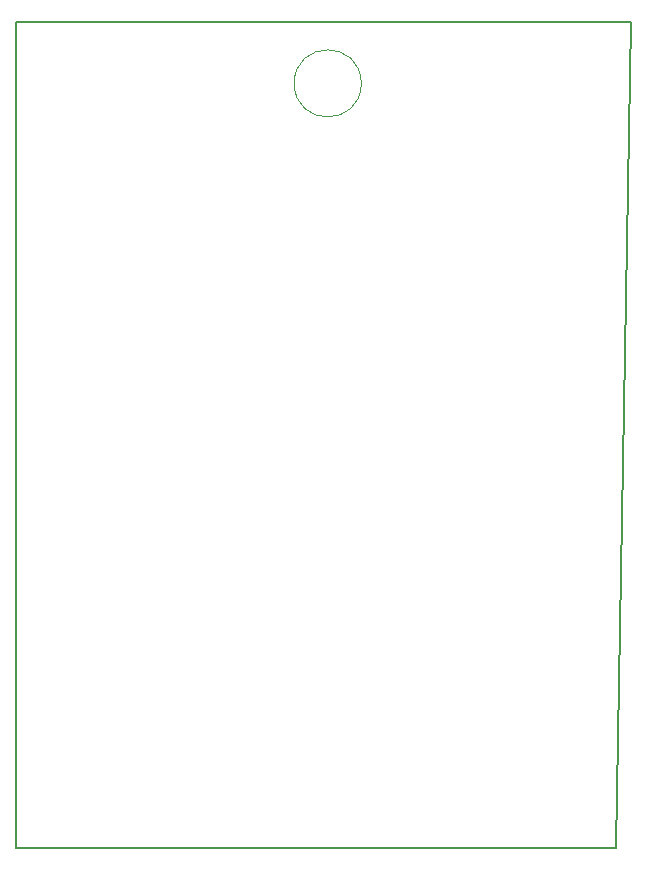
<source format=gbr>
%TF.GenerationSoftware,KiCad,Pcbnew,(5.1.8)-1*%
%TF.CreationDate,2021-08-08T22:25:58+05:30*%
%TF.ProjectId,1st,3173742e-6b69-4636-9164-5f7063625858,rev?*%
%TF.SameCoordinates,Original*%
%TF.FileFunction,Profile,NP*%
%FSLAX46Y46*%
G04 Gerber Fmt 4.6, Leading zero omitted, Abs format (unit mm)*
G04 Created by KiCad (PCBNEW (5.1.8)-1) date 2021-08-08 22:25:58*
%MOMM*%
%LPD*%
G01*
G04 APERTURE LIST*
%TA.AperFunction,Profile*%
%ADD10C,0.050000*%
%TD*%
%TA.AperFunction,Profile*%
%ADD11C,0.150000*%
%TD*%
G04 APERTURE END LIST*
D10*
X63500000Y-36830000D02*
G75*
G03*
X63500000Y-36830000I-2839806J0D01*
G01*
D11*
X86360000Y-31600000D02*
X85090000Y-101600000D01*
X34290000Y-101600000D02*
X85090000Y-101600000D01*
X34290000Y-31600000D02*
X86360000Y-31600000D01*
X34290000Y-31600000D02*
X34290000Y-101600000D01*
M02*

</source>
